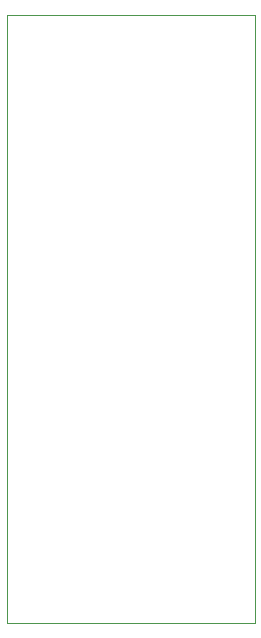
<source format=gbr>
%TF.GenerationSoftware,KiCad,Pcbnew,9.0.6*%
%TF.CreationDate,2025-12-05T22:59:02-07:00*%
%TF.ProjectId,HyperionDevBoard,48797065-7269-46f6-9e44-6576426f6172,rev?*%
%TF.SameCoordinates,Original*%
%TF.FileFunction,Profile,NP*%
%FSLAX46Y46*%
G04 Gerber Fmt 4.6, Leading zero omitted, Abs format (unit mm)*
G04 Created by KiCad (PCBNEW 9.0.6) date 2025-12-05 22:59:02*
%MOMM*%
%LPD*%
G01*
G04 APERTURE LIST*
%TA.AperFunction,Profile*%
%ADD10C,0.050000*%
%TD*%
G04 APERTURE END LIST*
D10*
X101100000Y-66500000D02*
X122100000Y-66500000D01*
X122100000Y-117900000D01*
X101100000Y-117900000D01*
X101100000Y-66500000D01*
M02*

</source>
